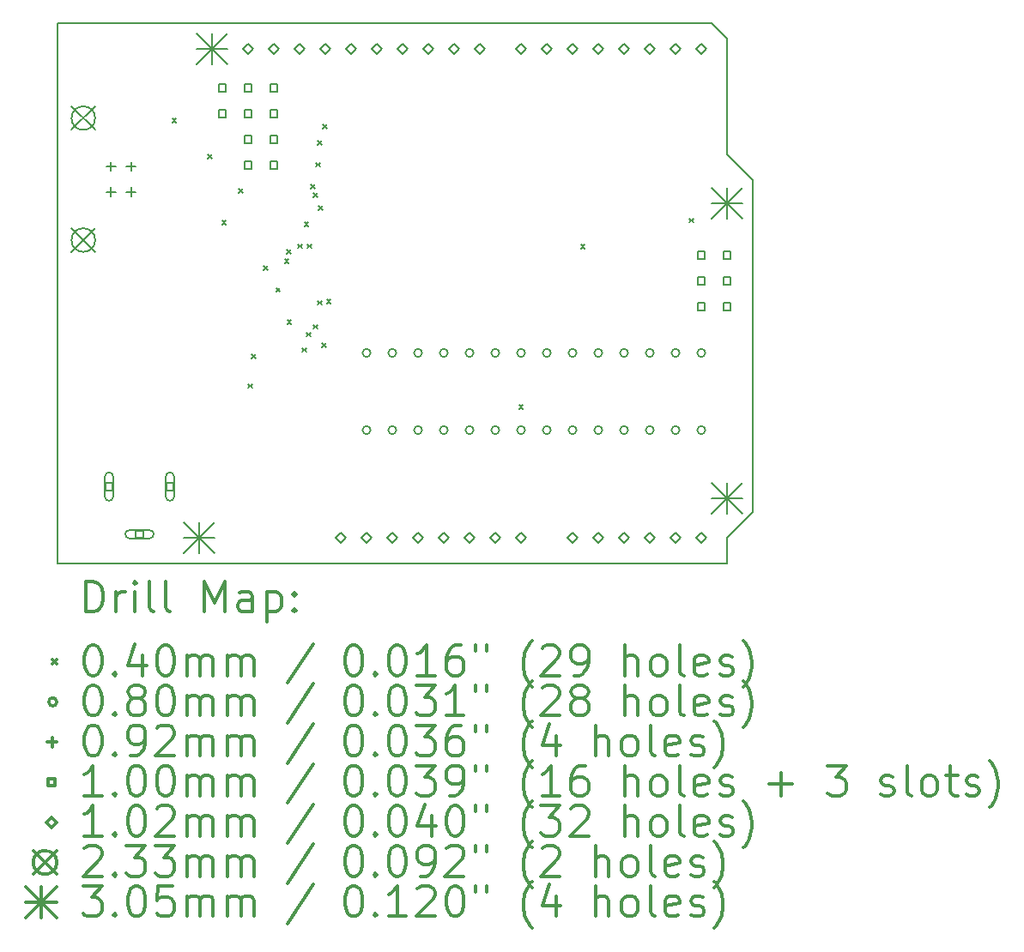
<source format=gbr>
%FSLAX45Y45*%
G04 Gerber Fmt 4.5, Leading zero omitted, Abs format (unit mm)*
G04 Created by KiCad (PCBNEW 5.0.2-bee76a0~70~ubuntu18.04.1) date 2018年12月20日 星期四 19时46分59秒*
%MOMM*%
%LPD*%
G01*
G04 APERTURE LIST*
%ADD10C,0.150000*%
%ADD11C,0.200000*%
%ADD12C,0.300000*%
G04 APERTURE END LIST*
D10*
X17703800Y-7454900D02*
X17551400Y-7302500D01*
X17703800Y-8597900D02*
X17703800Y-7454900D01*
X17957800Y-8851900D02*
X17703800Y-8597900D01*
X17957800Y-12128500D02*
X17957800Y-8851900D01*
X17703800Y-12382500D02*
X17957800Y-12128500D01*
X17703800Y-12636500D02*
X17703800Y-12382500D01*
X11099800Y-12636500D02*
X17703800Y-12636500D01*
X11099800Y-7302500D02*
X11099800Y-12636500D01*
X17551400Y-7302500D02*
X11099800Y-7302500D01*
D11*
X12229810Y-8242480D02*
X12269810Y-8282480D01*
X12269810Y-8242480D02*
X12229810Y-8282480D01*
X12583040Y-8593780D02*
X12623040Y-8633780D01*
X12623040Y-8593780D02*
X12583040Y-8633780D01*
X12721560Y-9247480D02*
X12761560Y-9287480D01*
X12761560Y-9247480D02*
X12721560Y-9287480D01*
X12885360Y-8936200D02*
X12925360Y-8976200D01*
X12925360Y-8936200D02*
X12885360Y-8976200D01*
X12982120Y-10861270D02*
X13022120Y-10901270D01*
X13022120Y-10861270D02*
X12982120Y-10901270D01*
X13016100Y-10570570D02*
X13056100Y-10610570D01*
X13056100Y-10570570D02*
X13016100Y-10610570D01*
X13133570Y-9694310D02*
X13173570Y-9734310D01*
X13173570Y-9694310D02*
X13133570Y-9734310D01*
X13254430Y-9912950D02*
X13294430Y-9952950D01*
X13294430Y-9912950D02*
X13254430Y-9952950D01*
X13340360Y-9631710D02*
X13380360Y-9671710D01*
X13380360Y-9631710D02*
X13340360Y-9671710D01*
X13358970Y-9534250D02*
X13398970Y-9574250D01*
X13398970Y-9534250D02*
X13358970Y-9574250D01*
X13364570Y-10227280D02*
X13404570Y-10267280D01*
X13404570Y-10227280D02*
X13364570Y-10267280D01*
X13469180Y-9481170D02*
X13509180Y-9521170D01*
X13509180Y-9481170D02*
X13469180Y-9521170D01*
X13513940Y-10506240D02*
X13553940Y-10546240D01*
X13553940Y-10506240D02*
X13513940Y-10546240D01*
X13534550Y-9265500D02*
X13574550Y-9305500D01*
X13574550Y-9265500D02*
X13534550Y-9305500D01*
X13556850Y-10352060D02*
X13596850Y-10392060D01*
X13596850Y-10352060D02*
X13556850Y-10392060D01*
X13561630Y-9480140D02*
X13601630Y-9520140D01*
X13601630Y-9480140D02*
X13561630Y-9520140D01*
X13599650Y-8894530D02*
X13639650Y-8934530D01*
X13639650Y-8894530D02*
X13599650Y-8934530D01*
X13625080Y-8974810D02*
X13665080Y-9014810D01*
X13665080Y-8974810D02*
X13625080Y-9014810D01*
X13625870Y-10275600D02*
X13665870Y-10315600D01*
X13665870Y-10275600D02*
X13625870Y-10315600D01*
X13647620Y-8677000D02*
X13687620Y-8717000D01*
X13687620Y-8677000D02*
X13647620Y-8717000D01*
X13664860Y-10039880D02*
X13704860Y-10079880D01*
X13704860Y-10039880D02*
X13664860Y-10079880D01*
X13666870Y-8463470D02*
X13706870Y-8503470D01*
X13706870Y-8463470D02*
X13666870Y-8503470D01*
X13671840Y-9103770D02*
X13711840Y-9143770D01*
X13711840Y-9103770D02*
X13671840Y-9143770D01*
X13705740Y-10458080D02*
X13745740Y-10498080D01*
X13745740Y-10458080D02*
X13705740Y-10498080D01*
X13714760Y-8297920D02*
X13754760Y-8337920D01*
X13754760Y-8297920D02*
X13714760Y-8337920D01*
X13755210Y-10024270D02*
X13795210Y-10064270D01*
X13795210Y-10024270D02*
X13755210Y-10064270D01*
X15651800Y-11067100D02*
X15691800Y-11107100D01*
X15691800Y-11067100D02*
X15651800Y-11107100D01*
X16260360Y-9486160D02*
X16300360Y-9526160D01*
X16300360Y-9486160D02*
X16260360Y-9526160D01*
X17329090Y-9227560D02*
X17369090Y-9267560D01*
X17369090Y-9227560D02*
X17329090Y-9267560D01*
X14187800Y-10553700D02*
G75*
G03X14187800Y-10553700I-40000J0D01*
G01*
X14187800Y-11315700D02*
G75*
G03X14187800Y-11315700I-40000J0D01*
G01*
X14441800Y-10553700D02*
G75*
G03X14441800Y-10553700I-40000J0D01*
G01*
X14441800Y-11315700D02*
G75*
G03X14441800Y-11315700I-40000J0D01*
G01*
X14695800Y-10553700D02*
G75*
G03X14695800Y-10553700I-40000J0D01*
G01*
X14695800Y-11315700D02*
G75*
G03X14695800Y-11315700I-40000J0D01*
G01*
X14949800Y-10553700D02*
G75*
G03X14949800Y-10553700I-40000J0D01*
G01*
X14949800Y-11315700D02*
G75*
G03X14949800Y-11315700I-40000J0D01*
G01*
X15203800Y-10553700D02*
G75*
G03X15203800Y-10553700I-40000J0D01*
G01*
X15203800Y-11315700D02*
G75*
G03X15203800Y-11315700I-40000J0D01*
G01*
X15457800Y-10553700D02*
G75*
G03X15457800Y-10553700I-40000J0D01*
G01*
X15457800Y-11315700D02*
G75*
G03X15457800Y-11315700I-40000J0D01*
G01*
X15711800Y-10553700D02*
G75*
G03X15711800Y-10553700I-40000J0D01*
G01*
X15711800Y-11315700D02*
G75*
G03X15711800Y-11315700I-40000J0D01*
G01*
X15965800Y-10553700D02*
G75*
G03X15965800Y-10553700I-40000J0D01*
G01*
X15965800Y-11315700D02*
G75*
G03X15965800Y-11315700I-40000J0D01*
G01*
X16219800Y-10553700D02*
G75*
G03X16219800Y-10553700I-40000J0D01*
G01*
X16219800Y-11315700D02*
G75*
G03X16219800Y-11315700I-40000J0D01*
G01*
X16473800Y-10553700D02*
G75*
G03X16473800Y-10553700I-40000J0D01*
G01*
X16473800Y-11315700D02*
G75*
G03X16473800Y-11315700I-40000J0D01*
G01*
X16727800Y-10553700D02*
G75*
G03X16727800Y-10553700I-40000J0D01*
G01*
X16727800Y-11315700D02*
G75*
G03X16727800Y-11315700I-40000J0D01*
G01*
X16981800Y-10553700D02*
G75*
G03X16981800Y-10553700I-40000J0D01*
G01*
X16981800Y-11315700D02*
G75*
G03X16981800Y-11315700I-40000J0D01*
G01*
X17235800Y-10553700D02*
G75*
G03X17235800Y-10553700I-40000J0D01*
G01*
X17235800Y-11315700D02*
G75*
G03X17235800Y-11315700I-40000J0D01*
G01*
X17489800Y-10553700D02*
G75*
G03X17489800Y-10553700I-40000J0D01*
G01*
X17489800Y-11315700D02*
G75*
G03X17489800Y-11315700I-40000J0D01*
G01*
X11624800Y-8667500D02*
X11624800Y-8759500D01*
X11578800Y-8713500D02*
X11670800Y-8713500D01*
X11624800Y-8917500D02*
X11624800Y-9009500D01*
X11578800Y-8963500D02*
X11670800Y-8963500D01*
X11824800Y-8667500D02*
X11824800Y-8759500D01*
X11778800Y-8713500D02*
X11870800Y-8713500D01*
X11824800Y-8917500D02*
X11824800Y-9009500D01*
X11778800Y-8963500D02*
X11870800Y-8963500D01*
X11643156Y-11909856D02*
X11643156Y-11839144D01*
X11572444Y-11839144D01*
X11572444Y-11909856D01*
X11643156Y-11909856D01*
X11567800Y-11774500D02*
X11567800Y-11974500D01*
X11647800Y-11774500D02*
X11647800Y-11974500D01*
X11567800Y-11974500D02*
G75*
G03X11647800Y-11974500I40000J0D01*
G01*
X11647800Y-11774500D02*
G75*
G03X11567800Y-11774500I-40000J0D01*
G01*
X11943156Y-12379856D02*
X11943156Y-12309144D01*
X11872444Y-12309144D01*
X11872444Y-12379856D01*
X11943156Y-12379856D01*
X11807800Y-12384500D02*
X12007800Y-12384500D01*
X11807800Y-12304500D02*
X12007800Y-12304500D01*
X12007800Y-12384500D02*
G75*
G03X12007800Y-12304500I0J40000D01*
G01*
X11807800Y-12304500D02*
G75*
G03X11807800Y-12384500I0J-40000D01*
G01*
X12243156Y-11909856D02*
X12243156Y-11839144D01*
X12172444Y-11839144D01*
X12172444Y-11909856D01*
X12243156Y-11909856D01*
X12167800Y-11774500D02*
X12167800Y-11974500D01*
X12247800Y-11774500D02*
X12247800Y-11974500D01*
X12167800Y-11974500D02*
G75*
G03X12247800Y-11974500I40000J0D01*
G01*
X12247800Y-11774500D02*
G75*
G03X12167800Y-11774500I-40000J0D01*
G01*
X13014756Y-8480856D02*
X13014756Y-8410144D01*
X12944044Y-8410144D01*
X12944044Y-8480856D01*
X13014756Y-8480856D01*
X13014756Y-8734856D02*
X13014756Y-8664144D01*
X12944044Y-8664144D01*
X12944044Y-8734856D01*
X13014756Y-8734856D01*
X13268756Y-8480856D02*
X13268756Y-8410144D01*
X13198044Y-8410144D01*
X13198044Y-8480856D01*
X13268756Y-8480856D01*
X13268756Y-8734856D02*
X13268756Y-8664144D01*
X13198044Y-8664144D01*
X13198044Y-8734856D01*
X13268756Y-8734856D01*
X12760756Y-7972856D02*
X12760756Y-7902144D01*
X12690044Y-7902144D01*
X12690044Y-7972856D01*
X12760756Y-7972856D01*
X12760756Y-8226856D02*
X12760756Y-8156144D01*
X12690044Y-8156144D01*
X12690044Y-8226856D01*
X12760756Y-8226856D01*
X13014756Y-7972856D02*
X13014756Y-7902144D01*
X12944044Y-7902144D01*
X12944044Y-7972856D01*
X13014756Y-7972856D01*
X13014756Y-8226856D02*
X13014756Y-8156144D01*
X12944044Y-8156144D01*
X12944044Y-8226856D01*
X13014756Y-8226856D01*
X13268756Y-7972856D02*
X13268756Y-7902144D01*
X13198044Y-7902144D01*
X13198044Y-7972856D01*
X13268756Y-7972856D01*
X13268756Y-8226856D02*
X13268756Y-8156144D01*
X13198044Y-8156144D01*
X13198044Y-8226856D01*
X13268756Y-8226856D01*
X17485156Y-9623856D02*
X17485156Y-9553144D01*
X17414444Y-9553144D01*
X17414444Y-9623856D01*
X17485156Y-9623856D01*
X17485156Y-9877856D02*
X17485156Y-9807144D01*
X17414444Y-9807144D01*
X17414444Y-9877856D01*
X17485156Y-9877856D01*
X17485156Y-10131856D02*
X17485156Y-10061144D01*
X17414444Y-10061144D01*
X17414444Y-10131856D01*
X17485156Y-10131856D01*
X17739156Y-9623856D02*
X17739156Y-9553144D01*
X17668444Y-9553144D01*
X17668444Y-9623856D01*
X17739156Y-9623856D01*
X17739156Y-9877856D02*
X17739156Y-9807144D01*
X17668444Y-9807144D01*
X17668444Y-9877856D01*
X17739156Y-9877856D01*
X17739156Y-10131856D02*
X17739156Y-10061144D01*
X17668444Y-10061144D01*
X17668444Y-10131856D01*
X17739156Y-10131856D01*
X16179800Y-12433300D02*
X16230600Y-12382500D01*
X16179800Y-12331700D01*
X16129000Y-12382500D01*
X16179800Y-12433300D01*
X16433800Y-12433300D02*
X16484600Y-12382500D01*
X16433800Y-12331700D01*
X16383000Y-12382500D01*
X16433800Y-12433300D01*
X16687800Y-12433300D02*
X16738600Y-12382500D01*
X16687800Y-12331700D01*
X16637000Y-12382500D01*
X16687800Y-12433300D01*
X16941800Y-12433300D02*
X16992600Y-12382500D01*
X16941800Y-12331700D01*
X16891000Y-12382500D01*
X16941800Y-12433300D01*
X17195800Y-12433300D02*
X17246600Y-12382500D01*
X17195800Y-12331700D01*
X17145000Y-12382500D01*
X17195800Y-12433300D01*
X17449800Y-12433300D02*
X17500600Y-12382500D01*
X17449800Y-12331700D01*
X17399000Y-12382500D01*
X17449800Y-12433300D01*
X12979400Y-7607300D02*
X13030200Y-7556500D01*
X12979400Y-7505700D01*
X12928600Y-7556500D01*
X12979400Y-7607300D01*
X13233400Y-7607300D02*
X13284200Y-7556500D01*
X13233400Y-7505700D01*
X13182600Y-7556500D01*
X13233400Y-7607300D01*
X13487400Y-7607300D02*
X13538200Y-7556500D01*
X13487400Y-7505700D01*
X13436600Y-7556500D01*
X13487400Y-7607300D01*
X13741400Y-7607300D02*
X13792200Y-7556500D01*
X13741400Y-7505700D01*
X13690600Y-7556500D01*
X13741400Y-7607300D01*
X13995400Y-7607300D02*
X14046200Y-7556500D01*
X13995400Y-7505700D01*
X13944600Y-7556500D01*
X13995400Y-7607300D01*
X14249400Y-7607300D02*
X14300200Y-7556500D01*
X14249400Y-7505700D01*
X14198600Y-7556500D01*
X14249400Y-7607300D01*
X14503400Y-7607300D02*
X14554200Y-7556500D01*
X14503400Y-7505700D01*
X14452600Y-7556500D01*
X14503400Y-7607300D01*
X14757400Y-7607300D02*
X14808200Y-7556500D01*
X14757400Y-7505700D01*
X14706600Y-7556500D01*
X14757400Y-7607300D01*
X15011400Y-7607300D02*
X15062200Y-7556500D01*
X15011400Y-7505700D01*
X14960600Y-7556500D01*
X15011400Y-7607300D01*
X15265400Y-7607300D02*
X15316200Y-7556500D01*
X15265400Y-7505700D01*
X15214600Y-7556500D01*
X15265400Y-7607300D01*
X15671800Y-7607300D02*
X15722600Y-7556500D01*
X15671800Y-7505700D01*
X15621000Y-7556500D01*
X15671800Y-7607300D01*
X15925800Y-7607300D02*
X15976600Y-7556500D01*
X15925800Y-7505700D01*
X15875000Y-7556500D01*
X15925800Y-7607300D01*
X16179800Y-7607300D02*
X16230600Y-7556500D01*
X16179800Y-7505700D01*
X16129000Y-7556500D01*
X16179800Y-7607300D01*
X16433800Y-7607300D02*
X16484600Y-7556500D01*
X16433800Y-7505700D01*
X16383000Y-7556500D01*
X16433800Y-7607300D01*
X16687800Y-7607300D02*
X16738600Y-7556500D01*
X16687800Y-7505700D01*
X16637000Y-7556500D01*
X16687800Y-7607300D01*
X16941800Y-7607300D02*
X16992600Y-7556500D01*
X16941800Y-7505700D01*
X16891000Y-7556500D01*
X16941800Y-7607300D01*
X17195800Y-7607300D02*
X17246600Y-7556500D01*
X17195800Y-7505700D01*
X17145000Y-7556500D01*
X17195800Y-7607300D01*
X17449800Y-7607300D02*
X17500600Y-7556500D01*
X17449800Y-7505700D01*
X17399000Y-7556500D01*
X17449800Y-7607300D01*
X13893800Y-12433300D02*
X13944600Y-12382500D01*
X13893800Y-12331700D01*
X13843000Y-12382500D01*
X13893800Y-12433300D01*
X14147800Y-12433300D02*
X14198600Y-12382500D01*
X14147800Y-12331700D01*
X14097000Y-12382500D01*
X14147800Y-12433300D01*
X14401800Y-12433300D02*
X14452600Y-12382500D01*
X14401800Y-12331700D01*
X14351000Y-12382500D01*
X14401800Y-12433300D01*
X14655800Y-12433300D02*
X14706600Y-12382500D01*
X14655800Y-12331700D01*
X14605000Y-12382500D01*
X14655800Y-12433300D01*
X14909800Y-12433300D02*
X14960600Y-12382500D01*
X14909800Y-12331700D01*
X14859000Y-12382500D01*
X14909800Y-12433300D01*
X15163800Y-12433300D02*
X15214600Y-12382500D01*
X15163800Y-12331700D01*
X15113000Y-12382500D01*
X15163800Y-12433300D01*
X15417800Y-12433300D02*
X15468600Y-12382500D01*
X15417800Y-12331700D01*
X15367000Y-12382500D01*
X15417800Y-12433300D01*
X15671800Y-12433300D02*
X15722600Y-12382500D01*
X15671800Y-12331700D01*
X15621000Y-12382500D01*
X15671800Y-12433300D01*
X11237300Y-8120000D02*
X11470300Y-8353000D01*
X11470300Y-8120000D02*
X11237300Y-8353000D01*
X11470300Y-8236500D02*
G75*
G03X11470300Y-8236500I-116500J0D01*
G01*
X11237300Y-9324000D02*
X11470300Y-9557000D01*
X11470300Y-9324000D02*
X11237300Y-9557000D01*
X11470300Y-9440500D02*
G75*
G03X11470300Y-9440500I-116500J0D01*
G01*
X12344400Y-12230100D02*
X12649200Y-12534900D01*
X12649200Y-12230100D02*
X12344400Y-12534900D01*
X12496800Y-12230100D02*
X12496800Y-12534900D01*
X12344400Y-12382500D02*
X12649200Y-12382500D01*
X12471400Y-7404100D02*
X12776200Y-7708900D01*
X12776200Y-7404100D02*
X12471400Y-7708900D01*
X12623800Y-7404100D02*
X12623800Y-7708900D01*
X12471400Y-7556500D02*
X12776200Y-7556500D01*
X17551400Y-8928100D02*
X17856200Y-9232900D01*
X17856200Y-8928100D02*
X17551400Y-9232900D01*
X17703800Y-8928100D02*
X17703800Y-9232900D01*
X17551400Y-9080500D02*
X17856200Y-9080500D01*
X17551400Y-11840300D02*
X17856200Y-12145100D01*
X17856200Y-11840300D02*
X17551400Y-12145100D01*
X17703800Y-11840300D02*
X17703800Y-12145100D01*
X17551400Y-11992700D02*
X17856200Y-11992700D01*
D12*
X11378728Y-13109714D02*
X11378728Y-12809714D01*
X11450157Y-12809714D01*
X11493014Y-12824000D01*
X11521586Y-12852571D01*
X11535871Y-12881143D01*
X11550157Y-12938286D01*
X11550157Y-12981143D01*
X11535871Y-13038286D01*
X11521586Y-13066857D01*
X11493014Y-13095429D01*
X11450157Y-13109714D01*
X11378728Y-13109714D01*
X11678728Y-13109714D02*
X11678728Y-12909714D01*
X11678728Y-12966857D02*
X11693014Y-12938286D01*
X11707300Y-12924000D01*
X11735871Y-12909714D01*
X11764443Y-12909714D01*
X11864443Y-13109714D02*
X11864443Y-12909714D01*
X11864443Y-12809714D02*
X11850157Y-12824000D01*
X11864443Y-12838286D01*
X11878728Y-12824000D01*
X11864443Y-12809714D01*
X11864443Y-12838286D01*
X12050157Y-13109714D02*
X12021586Y-13095429D01*
X12007300Y-13066857D01*
X12007300Y-12809714D01*
X12207300Y-13109714D02*
X12178728Y-13095429D01*
X12164443Y-13066857D01*
X12164443Y-12809714D01*
X12550157Y-13109714D02*
X12550157Y-12809714D01*
X12650157Y-13024000D01*
X12750157Y-12809714D01*
X12750157Y-13109714D01*
X13021586Y-13109714D02*
X13021586Y-12952571D01*
X13007300Y-12924000D01*
X12978728Y-12909714D01*
X12921586Y-12909714D01*
X12893014Y-12924000D01*
X13021586Y-13095429D02*
X12993014Y-13109714D01*
X12921586Y-13109714D01*
X12893014Y-13095429D01*
X12878728Y-13066857D01*
X12878728Y-13038286D01*
X12893014Y-13009714D01*
X12921586Y-12995429D01*
X12993014Y-12995429D01*
X13021586Y-12981143D01*
X13164443Y-12909714D02*
X13164443Y-13209714D01*
X13164443Y-12924000D02*
X13193014Y-12909714D01*
X13250157Y-12909714D01*
X13278728Y-12924000D01*
X13293014Y-12938286D01*
X13307300Y-12966857D01*
X13307300Y-13052571D01*
X13293014Y-13081143D01*
X13278728Y-13095429D01*
X13250157Y-13109714D01*
X13193014Y-13109714D01*
X13164443Y-13095429D01*
X13435871Y-13081143D02*
X13450157Y-13095429D01*
X13435871Y-13109714D01*
X13421586Y-13095429D01*
X13435871Y-13081143D01*
X13435871Y-13109714D01*
X13435871Y-12924000D02*
X13450157Y-12938286D01*
X13435871Y-12952571D01*
X13421586Y-12938286D01*
X13435871Y-12924000D01*
X13435871Y-12952571D01*
X11052300Y-13584000D02*
X11092300Y-13624000D01*
X11092300Y-13584000D02*
X11052300Y-13624000D01*
X11435871Y-13439714D02*
X11464443Y-13439714D01*
X11493014Y-13454000D01*
X11507300Y-13468286D01*
X11521586Y-13496857D01*
X11535871Y-13554000D01*
X11535871Y-13625429D01*
X11521586Y-13682571D01*
X11507300Y-13711143D01*
X11493014Y-13725429D01*
X11464443Y-13739714D01*
X11435871Y-13739714D01*
X11407300Y-13725429D01*
X11393014Y-13711143D01*
X11378728Y-13682571D01*
X11364443Y-13625429D01*
X11364443Y-13554000D01*
X11378728Y-13496857D01*
X11393014Y-13468286D01*
X11407300Y-13454000D01*
X11435871Y-13439714D01*
X11664443Y-13711143D02*
X11678728Y-13725429D01*
X11664443Y-13739714D01*
X11650157Y-13725429D01*
X11664443Y-13711143D01*
X11664443Y-13739714D01*
X11935871Y-13539714D02*
X11935871Y-13739714D01*
X11864443Y-13425429D02*
X11793014Y-13639714D01*
X11978728Y-13639714D01*
X12150157Y-13439714D02*
X12178728Y-13439714D01*
X12207300Y-13454000D01*
X12221586Y-13468286D01*
X12235871Y-13496857D01*
X12250157Y-13554000D01*
X12250157Y-13625429D01*
X12235871Y-13682571D01*
X12221586Y-13711143D01*
X12207300Y-13725429D01*
X12178728Y-13739714D01*
X12150157Y-13739714D01*
X12121586Y-13725429D01*
X12107300Y-13711143D01*
X12093014Y-13682571D01*
X12078728Y-13625429D01*
X12078728Y-13554000D01*
X12093014Y-13496857D01*
X12107300Y-13468286D01*
X12121586Y-13454000D01*
X12150157Y-13439714D01*
X12378728Y-13739714D02*
X12378728Y-13539714D01*
X12378728Y-13568286D02*
X12393014Y-13554000D01*
X12421586Y-13539714D01*
X12464443Y-13539714D01*
X12493014Y-13554000D01*
X12507300Y-13582571D01*
X12507300Y-13739714D01*
X12507300Y-13582571D02*
X12521586Y-13554000D01*
X12550157Y-13539714D01*
X12593014Y-13539714D01*
X12621586Y-13554000D01*
X12635871Y-13582571D01*
X12635871Y-13739714D01*
X12778728Y-13739714D02*
X12778728Y-13539714D01*
X12778728Y-13568286D02*
X12793014Y-13554000D01*
X12821586Y-13539714D01*
X12864443Y-13539714D01*
X12893014Y-13554000D01*
X12907300Y-13582571D01*
X12907300Y-13739714D01*
X12907300Y-13582571D02*
X12921586Y-13554000D01*
X12950157Y-13539714D01*
X12993014Y-13539714D01*
X13021586Y-13554000D01*
X13035871Y-13582571D01*
X13035871Y-13739714D01*
X13621586Y-13425429D02*
X13364443Y-13811143D01*
X14007300Y-13439714D02*
X14035871Y-13439714D01*
X14064443Y-13454000D01*
X14078728Y-13468286D01*
X14093014Y-13496857D01*
X14107300Y-13554000D01*
X14107300Y-13625429D01*
X14093014Y-13682571D01*
X14078728Y-13711143D01*
X14064443Y-13725429D01*
X14035871Y-13739714D01*
X14007300Y-13739714D01*
X13978728Y-13725429D01*
X13964443Y-13711143D01*
X13950157Y-13682571D01*
X13935871Y-13625429D01*
X13935871Y-13554000D01*
X13950157Y-13496857D01*
X13964443Y-13468286D01*
X13978728Y-13454000D01*
X14007300Y-13439714D01*
X14235871Y-13711143D02*
X14250157Y-13725429D01*
X14235871Y-13739714D01*
X14221586Y-13725429D01*
X14235871Y-13711143D01*
X14235871Y-13739714D01*
X14435871Y-13439714D02*
X14464443Y-13439714D01*
X14493014Y-13454000D01*
X14507300Y-13468286D01*
X14521586Y-13496857D01*
X14535871Y-13554000D01*
X14535871Y-13625429D01*
X14521586Y-13682571D01*
X14507300Y-13711143D01*
X14493014Y-13725429D01*
X14464443Y-13739714D01*
X14435871Y-13739714D01*
X14407300Y-13725429D01*
X14393014Y-13711143D01*
X14378728Y-13682571D01*
X14364443Y-13625429D01*
X14364443Y-13554000D01*
X14378728Y-13496857D01*
X14393014Y-13468286D01*
X14407300Y-13454000D01*
X14435871Y-13439714D01*
X14821586Y-13739714D02*
X14650157Y-13739714D01*
X14735871Y-13739714D02*
X14735871Y-13439714D01*
X14707300Y-13482571D01*
X14678728Y-13511143D01*
X14650157Y-13525429D01*
X15078728Y-13439714D02*
X15021586Y-13439714D01*
X14993014Y-13454000D01*
X14978728Y-13468286D01*
X14950157Y-13511143D01*
X14935871Y-13568286D01*
X14935871Y-13682571D01*
X14950157Y-13711143D01*
X14964443Y-13725429D01*
X14993014Y-13739714D01*
X15050157Y-13739714D01*
X15078728Y-13725429D01*
X15093014Y-13711143D01*
X15107300Y-13682571D01*
X15107300Y-13611143D01*
X15093014Y-13582571D01*
X15078728Y-13568286D01*
X15050157Y-13554000D01*
X14993014Y-13554000D01*
X14964443Y-13568286D01*
X14950157Y-13582571D01*
X14935871Y-13611143D01*
X15221586Y-13439714D02*
X15221586Y-13496857D01*
X15335871Y-13439714D02*
X15335871Y-13496857D01*
X15778728Y-13854000D02*
X15764443Y-13839714D01*
X15735871Y-13796857D01*
X15721586Y-13768286D01*
X15707300Y-13725429D01*
X15693014Y-13654000D01*
X15693014Y-13596857D01*
X15707300Y-13525429D01*
X15721586Y-13482571D01*
X15735871Y-13454000D01*
X15764443Y-13411143D01*
X15778728Y-13396857D01*
X15878728Y-13468286D02*
X15893014Y-13454000D01*
X15921586Y-13439714D01*
X15993014Y-13439714D01*
X16021586Y-13454000D01*
X16035871Y-13468286D01*
X16050157Y-13496857D01*
X16050157Y-13525429D01*
X16035871Y-13568286D01*
X15864443Y-13739714D01*
X16050157Y-13739714D01*
X16193014Y-13739714D02*
X16250157Y-13739714D01*
X16278728Y-13725429D01*
X16293014Y-13711143D01*
X16321586Y-13668286D01*
X16335871Y-13611143D01*
X16335871Y-13496857D01*
X16321586Y-13468286D01*
X16307300Y-13454000D01*
X16278728Y-13439714D01*
X16221586Y-13439714D01*
X16193014Y-13454000D01*
X16178728Y-13468286D01*
X16164443Y-13496857D01*
X16164443Y-13568286D01*
X16178728Y-13596857D01*
X16193014Y-13611143D01*
X16221586Y-13625429D01*
X16278728Y-13625429D01*
X16307300Y-13611143D01*
X16321586Y-13596857D01*
X16335871Y-13568286D01*
X16693014Y-13739714D02*
X16693014Y-13439714D01*
X16821586Y-13739714D02*
X16821586Y-13582571D01*
X16807300Y-13554000D01*
X16778728Y-13539714D01*
X16735871Y-13539714D01*
X16707300Y-13554000D01*
X16693014Y-13568286D01*
X17007300Y-13739714D02*
X16978728Y-13725429D01*
X16964443Y-13711143D01*
X16950157Y-13682571D01*
X16950157Y-13596857D01*
X16964443Y-13568286D01*
X16978728Y-13554000D01*
X17007300Y-13539714D01*
X17050157Y-13539714D01*
X17078728Y-13554000D01*
X17093014Y-13568286D01*
X17107300Y-13596857D01*
X17107300Y-13682571D01*
X17093014Y-13711143D01*
X17078728Y-13725429D01*
X17050157Y-13739714D01*
X17007300Y-13739714D01*
X17278728Y-13739714D02*
X17250157Y-13725429D01*
X17235871Y-13696857D01*
X17235871Y-13439714D01*
X17507300Y-13725429D02*
X17478728Y-13739714D01*
X17421586Y-13739714D01*
X17393014Y-13725429D01*
X17378728Y-13696857D01*
X17378728Y-13582571D01*
X17393014Y-13554000D01*
X17421586Y-13539714D01*
X17478728Y-13539714D01*
X17507300Y-13554000D01*
X17521586Y-13582571D01*
X17521586Y-13611143D01*
X17378728Y-13639714D01*
X17635871Y-13725429D02*
X17664443Y-13739714D01*
X17721586Y-13739714D01*
X17750157Y-13725429D01*
X17764443Y-13696857D01*
X17764443Y-13682571D01*
X17750157Y-13654000D01*
X17721586Y-13639714D01*
X17678728Y-13639714D01*
X17650157Y-13625429D01*
X17635871Y-13596857D01*
X17635871Y-13582571D01*
X17650157Y-13554000D01*
X17678728Y-13539714D01*
X17721586Y-13539714D01*
X17750157Y-13554000D01*
X17864443Y-13854000D02*
X17878728Y-13839714D01*
X17907300Y-13796857D01*
X17921586Y-13768286D01*
X17935871Y-13725429D01*
X17950157Y-13654000D01*
X17950157Y-13596857D01*
X17935871Y-13525429D01*
X17921586Y-13482571D01*
X17907300Y-13454000D01*
X17878728Y-13411143D01*
X17864443Y-13396857D01*
X11092300Y-14000000D02*
G75*
G03X11092300Y-14000000I-40000J0D01*
G01*
X11435871Y-13835714D02*
X11464443Y-13835714D01*
X11493014Y-13850000D01*
X11507300Y-13864286D01*
X11521586Y-13892857D01*
X11535871Y-13950000D01*
X11535871Y-14021429D01*
X11521586Y-14078571D01*
X11507300Y-14107143D01*
X11493014Y-14121429D01*
X11464443Y-14135714D01*
X11435871Y-14135714D01*
X11407300Y-14121429D01*
X11393014Y-14107143D01*
X11378728Y-14078571D01*
X11364443Y-14021429D01*
X11364443Y-13950000D01*
X11378728Y-13892857D01*
X11393014Y-13864286D01*
X11407300Y-13850000D01*
X11435871Y-13835714D01*
X11664443Y-14107143D02*
X11678728Y-14121429D01*
X11664443Y-14135714D01*
X11650157Y-14121429D01*
X11664443Y-14107143D01*
X11664443Y-14135714D01*
X11850157Y-13964286D02*
X11821586Y-13950000D01*
X11807300Y-13935714D01*
X11793014Y-13907143D01*
X11793014Y-13892857D01*
X11807300Y-13864286D01*
X11821586Y-13850000D01*
X11850157Y-13835714D01*
X11907300Y-13835714D01*
X11935871Y-13850000D01*
X11950157Y-13864286D01*
X11964443Y-13892857D01*
X11964443Y-13907143D01*
X11950157Y-13935714D01*
X11935871Y-13950000D01*
X11907300Y-13964286D01*
X11850157Y-13964286D01*
X11821586Y-13978571D01*
X11807300Y-13992857D01*
X11793014Y-14021429D01*
X11793014Y-14078571D01*
X11807300Y-14107143D01*
X11821586Y-14121429D01*
X11850157Y-14135714D01*
X11907300Y-14135714D01*
X11935871Y-14121429D01*
X11950157Y-14107143D01*
X11964443Y-14078571D01*
X11964443Y-14021429D01*
X11950157Y-13992857D01*
X11935871Y-13978571D01*
X11907300Y-13964286D01*
X12150157Y-13835714D02*
X12178728Y-13835714D01*
X12207300Y-13850000D01*
X12221586Y-13864286D01*
X12235871Y-13892857D01*
X12250157Y-13950000D01*
X12250157Y-14021429D01*
X12235871Y-14078571D01*
X12221586Y-14107143D01*
X12207300Y-14121429D01*
X12178728Y-14135714D01*
X12150157Y-14135714D01*
X12121586Y-14121429D01*
X12107300Y-14107143D01*
X12093014Y-14078571D01*
X12078728Y-14021429D01*
X12078728Y-13950000D01*
X12093014Y-13892857D01*
X12107300Y-13864286D01*
X12121586Y-13850000D01*
X12150157Y-13835714D01*
X12378728Y-14135714D02*
X12378728Y-13935714D01*
X12378728Y-13964286D02*
X12393014Y-13950000D01*
X12421586Y-13935714D01*
X12464443Y-13935714D01*
X12493014Y-13950000D01*
X12507300Y-13978571D01*
X12507300Y-14135714D01*
X12507300Y-13978571D02*
X12521586Y-13950000D01*
X12550157Y-13935714D01*
X12593014Y-13935714D01*
X12621586Y-13950000D01*
X12635871Y-13978571D01*
X12635871Y-14135714D01*
X12778728Y-14135714D02*
X12778728Y-13935714D01*
X12778728Y-13964286D02*
X12793014Y-13950000D01*
X12821586Y-13935714D01*
X12864443Y-13935714D01*
X12893014Y-13950000D01*
X12907300Y-13978571D01*
X12907300Y-14135714D01*
X12907300Y-13978571D02*
X12921586Y-13950000D01*
X12950157Y-13935714D01*
X12993014Y-13935714D01*
X13021586Y-13950000D01*
X13035871Y-13978571D01*
X13035871Y-14135714D01*
X13621586Y-13821429D02*
X13364443Y-14207143D01*
X14007300Y-13835714D02*
X14035871Y-13835714D01*
X14064443Y-13850000D01*
X14078728Y-13864286D01*
X14093014Y-13892857D01*
X14107300Y-13950000D01*
X14107300Y-14021429D01*
X14093014Y-14078571D01*
X14078728Y-14107143D01*
X14064443Y-14121429D01*
X14035871Y-14135714D01*
X14007300Y-14135714D01*
X13978728Y-14121429D01*
X13964443Y-14107143D01*
X13950157Y-14078571D01*
X13935871Y-14021429D01*
X13935871Y-13950000D01*
X13950157Y-13892857D01*
X13964443Y-13864286D01*
X13978728Y-13850000D01*
X14007300Y-13835714D01*
X14235871Y-14107143D02*
X14250157Y-14121429D01*
X14235871Y-14135714D01*
X14221586Y-14121429D01*
X14235871Y-14107143D01*
X14235871Y-14135714D01*
X14435871Y-13835714D02*
X14464443Y-13835714D01*
X14493014Y-13850000D01*
X14507300Y-13864286D01*
X14521586Y-13892857D01*
X14535871Y-13950000D01*
X14535871Y-14021429D01*
X14521586Y-14078571D01*
X14507300Y-14107143D01*
X14493014Y-14121429D01*
X14464443Y-14135714D01*
X14435871Y-14135714D01*
X14407300Y-14121429D01*
X14393014Y-14107143D01*
X14378728Y-14078571D01*
X14364443Y-14021429D01*
X14364443Y-13950000D01*
X14378728Y-13892857D01*
X14393014Y-13864286D01*
X14407300Y-13850000D01*
X14435871Y-13835714D01*
X14635871Y-13835714D02*
X14821586Y-13835714D01*
X14721586Y-13950000D01*
X14764443Y-13950000D01*
X14793014Y-13964286D01*
X14807300Y-13978571D01*
X14821586Y-14007143D01*
X14821586Y-14078571D01*
X14807300Y-14107143D01*
X14793014Y-14121429D01*
X14764443Y-14135714D01*
X14678728Y-14135714D01*
X14650157Y-14121429D01*
X14635871Y-14107143D01*
X15107300Y-14135714D02*
X14935871Y-14135714D01*
X15021586Y-14135714D02*
X15021586Y-13835714D01*
X14993014Y-13878571D01*
X14964443Y-13907143D01*
X14935871Y-13921429D01*
X15221586Y-13835714D02*
X15221586Y-13892857D01*
X15335871Y-13835714D02*
X15335871Y-13892857D01*
X15778728Y-14250000D02*
X15764443Y-14235714D01*
X15735871Y-14192857D01*
X15721586Y-14164286D01*
X15707300Y-14121429D01*
X15693014Y-14050000D01*
X15693014Y-13992857D01*
X15707300Y-13921429D01*
X15721586Y-13878571D01*
X15735871Y-13850000D01*
X15764443Y-13807143D01*
X15778728Y-13792857D01*
X15878728Y-13864286D02*
X15893014Y-13850000D01*
X15921586Y-13835714D01*
X15993014Y-13835714D01*
X16021586Y-13850000D01*
X16035871Y-13864286D01*
X16050157Y-13892857D01*
X16050157Y-13921429D01*
X16035871Y-13964286D01*
X15864443Y-14135714D01*
X16050157Y-14135714D01*
X16221586Y-13964286D02*
X16193014Y-13950000D01*
X16178728Y-13935714D01*
X16164443Y-13907143D01*
X16164443Y-13892857D01*
X16178728Y-13864286D01*
X16193014Y-13850000D01*
X16221586Y-13835714D01*
X16278728Y-13835714D01*
X16307300Y-13850000D01*
X16321586Y-13864286D01*
X16335871Y-13892857D01*
X16335871Y-13907143D01*
X16321586Y-13935714D01*
X16307300Y-13950000D01*
X16278728Y-13964286D01*
X16221586Y-13964286D01*
X16193014Y-13978571D01*
X16178728Y-13992857D01*
X16164443Y-14021429D01*
X16164443Y-14078571D01*
X16178728Y-14107143D01*
X16193014Y-14121429D01*
X16221586Y-14135714D01*
X16278728Y-14135714D01*
X16307300Y-14121429D01*
X16321586Y-14107143D01*
X16335871Y-14078571D01*
X16335871Y-14021429D01*
X16321586Y-13992857D01*
X16307300Y-13978571D01*
X16278728Y-13964286D01*
X16693014Y-14135714D02*
X16693014Y-13835714D01*
X16821586Y-14135714D02*
X16821586Y-13978571D01*
X16807300Y-13950000D01*
X16778728Y-13935714D01*
X16735871Y-13935714D01*
X16707300Y-13950000D01*
X16693014Y-13964286D01*
X17007300Y-14135714D02*
X16978728Y-14121429D01*
X16964443Y-14107143D01*
X16950157Y-14078571D01*
X16950157Y-13992857D01*
X16964443Y-13964286D01*
X16978728Y-13950000D01*
X17007300Y-13935714D01*
X17050157Y-13935714D01*
X17078728Y-13950000D01*
X17093014Y-13964286D01*
X17107300Y-13992857D01*
X17107300Y-14078571D01*
X17093014Y-14107143D01*
X17078728Y-14121429D01*
X17050157Y-14135714D01*
X17007300Y-14135714D01*
X17278728Y-14135714D02*
X17250157Y-14121429D01*
X17235871Y-14092857D01*
X17235871Y-13835714D01*
X17507300Y-14121429D02*
X17478728Y-14135714D01*
X17421586Y-14135714D01*
X17393014Y-14121429D01*
X17378728Y-14092857D01*
X17378728Y-13978571D01*
X17393014Y-13950000D01*
X17421586Y-13935714D01*
X17478728Y-13935714D01*
X17507300Y-13950000D01*
X17521586Y-13978571D01*
X17521586Y-14007143D01*
X17378728Y-14035714D01*
X17635871Y-14121429D02*
X17664443Y-14135714D01*
X17721586Y-14135714D01*
X17750157Y-14121429D01*
X17764443Y-14092857D01*
X17764443Y-14078571D01*
X17750157Y-14050000D01*
X17721586Y-14035714D01*
X17678728Y-14035714D01*
X17650157Y-14021429D01*
X17635871Y-13992857D01*
X17635871Y-13978571D01*
X17650157Y-13950000D01*
X17678728Y-13935714D01*
X17721586Y-13935714D01*
X17750157Y-13950000D01*
X17864443Y-14250000D02*
X17878728Y-14235714D01*
X17907300Y-14192857D01*
X17921586Y-14164286D01*
X17935871Y-14121429D01*
X17950157Y-14050000D01*
X17950157Y-13992857D01*
X17935871Y-13921429D01*
X17921586Y-13878571D01*
X17907300Y-13850000D01*
X17878728Y-13807143D01*
X17864443Y-13792857D01*
X11046300Y-14350000D02*
X11046300Y-14442000D01*
X11000300Y-14396000D02*
X11092300Y-14396000D01*
X11435871Y-14231714D02*
X11464443Y-14231714D01*
X11493014Y-14246000D01*
X11507300Y-14260286D01*
X11521586Y-14288857D01*
X11535871Y-14346000D01*
X11535871Y-14417429D01*
X11521586Y-14474571D01*
X11507300Y-14503143D01*
X11493014Y-14517429D01*
X11464443Y-14531714D01*
X11435871Y-14531714D01*
X11407300Y-14517429D01*
X11393014Y-14503143D01*
X11378728Y-14474571D01*
X11364443Y-14417429D01*
X11364443Y-14346000D01*
X11378728Y-14288857D01*
X11393014Y-14260286D01*
X11407300Y-14246000D01*
X11435871Y-14231714D01*
X11664443Y-14503143D02*
X11678728Y-14517429D01*
X11664443Y-14531714D01*
X11650157Y-14517429D01*
X11664443Y-14503143D01*
X11664443Y-14531714D01*
X11821586Y-14531714D02*
X11878728Y-14531714D01*
X11907300Y-14517429D01*
X11921586Y-14503143D01*
X11950157Y-14460286D01*
X11964443Y-14403143D01*
X11964443Y-14288857D01*
X11950157Y-14260286D01*
X11935871Y-14246000D01*
X11907300Y-14231714D01*
X11850157Y-14231714D01*
X11821586Y-14246000D01*
X11807300Y-14260286D01*
X11793014Y-14288857D01*
X11793014Y-14360286D01*
X11807300Y-14388857D01*
X11821586Y-14403143D01*
X11850157Y-14417429D01*
X11907300Y-14417429D01*
X11935871Y-14403143D01*
X11950157Y-14388857D01*
X11964443Y-14360286D01*
X12078728Y-14260286D02*
X12093014Y-14246000D01*
X12121586Y-14231714D01*
X12193014Y-14231714D01*
X12221586Y-14246000D01*
X12235871Y-14260286D01*
X12250157Y-14288857D01*
X12250157Y-14317429D01*
X12235871Y-14360286D01*
X12064443Y-14531714D01*
X12250157Y-14531714D01*
X12378728Y-14531714D02*
X12378728Y-14331714D01*
X12378728Y-14360286D02*
X12393014Y-14346000D01*
X12421586Y-14331714D01*
X12464443Y-14331714D01*
X12493014Y-14346000D01*
X12507300Y-14374571D01*
X12507300Y-14531714D01*
X12507300Y-14374571D02*
X12521586Y-14346000D01*
X12550157Y-14331714D01*
X12593014Y-14331714D01*
X12621586Y-14346000D01*
X12635871Y-14374571D01*
X12635871Y-14531714D01*
X12778728Y-14531714D02*
X12778728Y-14331714D01*
X12778728Y-14360286D02*
X12793014Y-14346000D01*
X12821586Y-14331714D01*
X12864443Y-14331714D01*
X12893014Y-14346000D01*
X12907300Y-14374571D01*
X12907300Y-14531714D01*
X12907300Y-14374571D02*
X12921586Y-14346000D01*
X12950157Y-14331714D01*
X12993014Y-14331714D01*
X13021586Y-14346000D01*
X13035871Y-14374571D01*
X13035871Y-14531714D01*
X13621586Y-14217429D02*
X13364443Y-14603143D01*
X14007300Y-14231714D02*
X14035871Y-14231714D01*
X14064443Y-14246000D01*
X14078728Y-14260286D01*
X14093014Y-14288857D01*
X14107300Y-14346000D01*
X14107300Y-14417429D01*
X14093014Y-14474571D01*
X14078728Y-14503143D01*
X14064443Y-14517429D01*
X14035871Y-14531714D01*
X14007300Y-14531714D01*
X13978728Y-14517429D01*
X13964443Y-14503143D01*
X13950157Y-14474571D01*
X13935871Y-14417429D01*
X13935871Y-14346000D01*
X13950157Y-14288857D01*
X13964443Y-14260286D01*
X13978728Y-14246000D01*
X14007300Y-14231714D01*
X14235871Y-14503143D02*
X14250157Y-14517429D01*
X14235871Y-14531714D01*
X14221586Y-14517429D01*
X14235871Y-14503143D01*
X14235871Y-14531714D01*
X14435871Y-14231714D02*
X14464443Y-14231714D01*
X14493014Y-14246000D01*
X14507300Y-14260286D01*
X14521586Y-14288857D01*
X14535871Y-14346000D01*
X14535871Y-14417429D01*
X14521586Y-14474571D01*
X14507300Y-14503143D01*
X14493014Y-14517429D01*
X14464443Y-14531714D01*
X14435871Y-14531714D01*
X14407300Y-14517429D01*
X14393014Y-14503143D01*
X14378728Y-14474571D01*
X14364443Y-14417429D01*
X14364443Y-14346000D01*
X14378728Y-14288857D01*
X14393014Y-14260286D01*
X14407300Y-14246000D01*
X14435871Y-14231714D01*
X14635871Y-14231714D02*
X14821586Y-14231714D01*
X14721586Y-14346000D01*
X14764443Y-14346000D01*
X14793014Y-14360286D01*
X14807300Y-14374571D01*
X14821586Y-14403143D01*
X14821586Y-14474571D01*
X14807300Y-14503143D01*
X14793014Y-14517429D01*
X14764443Y-14531714D01*
X14678728Y-14531714D01*
X14650157Y-14517429D01*
X14635871Y-14503143D01*
X15078728Y-14231714D02*
X15021586Y-14231714D01*
X14993014Y-14246000D01*
X14978728Y-14260286D01*
X14950157Y-14303143D01*
X14935871Y-14360286D01*
X14935871Y-14474571D01*
X14950157Y-14503143D01*
X14964443Y-14517429D01*
X14993014Y-14531714D01*
X15050157Y-14531714D01*
X15078728Y-14517429D01*
X15093014Y-14503143D01*
X15107300Y-14474571D01*
X15107300Y-14403143D01*
X15093014Y-14374571D01*
X15078728Y-14360286D01*
X15050157Y-14346000D01*
X14993014Y-14346000D01*
X14964443Y-14360286D01*
X14950157Y-14374571D01*
X14935871Y-14403143D01*
X15221586Y-14231714D02*
X15221586Y-14288857D01*
X15335871Y-14231714D02*
X15335871Y-14288857D01*
X15778728Y-14646000D02*
X15764443Y-14631714D01*
X15735871Y-14588857D01*
X15721586Y-14560286D01*
X15707300Y-14517429D01*
X15693014Y-14446000D01*
X15693014Y-14388857D01*
X15707300Y-14317429D01*
X15721586Y-14274571D01*
X15735871Y-14246000D01*
X15764443Y-14203143D01*
X15778728Y-14188857D01*
X16021586Y-14331714D02*
X16021586Y-14531714D01*
X15950157Y-14217429D02*
X15878728Y-14431714D01*
X16064443Y-14431714D01*
X16407300Y-14531714D02*
X16407300Y-14231714D01*
X16535871Y-14531714D02*
X16535871Y-14374571D01*
X16521586Y-14346000D01*
X16493014Y-14331714D01*
X16450157Y-14331714D01*
X16421586Y-14346000D01*
X16407300Y-14360286D01*
X16721586Y-14531714D02*
X16693014Y-14517429D01*
X16678728Y-14503143D01*
X16664443Y-14474571D01*
X16664443Y-14388857D01*
X16678728Y-14360286D01*
X16693014Y-14346000D01*
X16721586Y-14331714D01*
X16764443Y-14331714D01*
X16793014Y-14346000D01*
X16807300Y-14360286D01*
X16821586Y-14388857D01*
X16821586Y-14474571D01*
X16807300Y-14503143D01*
X16793014Y-14517429D01*
X16764443Y-14531714D01*
X16721586Y-14531714D01*
X16993014Y-14531714D02*
X16964443Y-14517429D01*
X16950157Y-14488857D01*
X16950157Y-14231714D01*
X17221586Y-14517429D02*
X17193014Y-14531714D01*
X17135871Y-14531714D01*
X17107300Y-14517429D01*
X17093014Y-14488857D01*
X17093014Y-14374571D01*
X17107300Y-14346000D01*
X17135871Y-14331714D01*
X17193014Y-14331714D01*
X17221586Y-14346000D01*
X17235871Y-14374571D01*
X17235871Y-14403143D01*
X17093014Y-14431714D01*
X17350157Y-14517429D02*
X17378728Y-14531714D01*
X17435871Y-14531714D01*
X17464443Y-14517429D01*
X17478728Y-14488857D01*
X17478728Y-14474571D01*
X17464443Y-14446000D01*
X17435871Y-14431714D01*
X17393014Y-14431714D01*
X17364443Y-14417429D01*
X17350157Y-14388857D01*
X17350157Y-14374571D01*
X17364443Y-14346000D01*
X17393014Y-14331714D01*
X17435871Y-14331714D01*
X17464443Y-14346000D01*
X17578728Y-14646000D02*
X17593014Y-14631714D01*
X17621586Y-14588857D01*
X17635871Y-14560286D01*
X17650157Y-14517429D01*
X17664443Y-14446000D01*
X17664443Y-14388857D01*
X17650157Y-14317429D01*
X17635871Y-14274571D01*
X17621586Y-14246000D01*
X17593014Y-14203143D01*
X17578728Y-14188857D01*
X11077656Y-14827356D02*
X11077656Y-14756644D01*
X11006944Y-14756644D01*
X11006944Y-14827356D01*
X11077656Y-14827356D01*
X11535871Y-14927714D02*
X11364443Y-14927714D01*
X11450157Y-14927714D02*
X11450157Y-14627714D01*
X11421586Y-14670571D01*
X11393014Y-14699143D01*
X11364443Y-14713429D01*
X11664443Y-14899143D02*
X11678728Y-14913429D01*
X11664443Y-14927714D01*
X11650157Y-14913429D01*
X11664443Y-14899143D01*
X11664443Y-14927714D01*
X11864443Y-14627714D02*
X11893014Y-14627714D01*
X11921586Y-14642000D01*
X11935871Y-14656286D01*
X11950157Y-14684857D01*
X11964443Y-14742000D01*
X11964443Y-14813429D01*
X11950157Y-14870571D01*
X11935871Y-14899143D01*
X11921586Y-14913429D01*
X11893014Y-14927714D01*
X11864443Y-14927714D01*
X11835871Y-14913429D01*
X11821586Y-14899143D01*
X11807300Y-14870571D01*
X11793014Y-14813429D01*
X11793014Y-14742000D01*
X11807300Y-14684857D01*
X11821586Y-14656286D01*
X11835871Y-14642000D01*
X11864443Y-14627714D01*
X12150157Y-14627714D02*
X12178728Y-14627714D01*
X12207300Y-14642000D01*
X12221586Y-14656286D01*
X12235871Y-14684857D01*
X12250157Y-14742000D01*
X12250157Y-14813429D01*
X12235871Y-14870571D01*
X12221586Y-14899143D01*
X12207300Y-14913429D01*
X12178728Y-14927714D01*
X12150157Y-14927714D01*
X12121586Y-14913429D01*
X12107300Y-14899143D01*
X12093014Y-14870571D01*
X12078728Y-14813429D01*
X12078728Y-14742000D01*
X12093014Y-14684857D01*
X12107300Y-14656286D01*
X12121586Y-14642000D01*
X12150157Y-14627714D01*
X12378728Y-14927714D02*
X12378728Y-14727714D01*
X12378728Y-14756286D02*
X12393014Y-14742000D01*
X12421586Y-14727714D01*
X12464443Y-14727714D01*
X12493014Y-14742000D01*
X12507300Y-14770571D01*
X12507300Y-14927714D01*
X12507300Y-14770571D02*
X12521586Y-14742000D01*
X12550157Y-14727714D01*
X12593014Y-14727714D01*
X12621586Y-14742000D01*
X12635871Y-14770571D01*
X12635871Y-14927714D01*
X12778728Y-14927714D02*
X12778728Y-14727714D01*
X12778728Y-14756286D02*
X12793014Y-14742000D01*
X12821586Y-14727714D01*
X12864443Y-14727714D01*
X12893014Y-14742000D01*
X12907300Y-14770571D01*
X12907300Y-14927714D01*
X12907300Y-14770571D02*
X12921586Y-14742000D01*
X12950157Y-14727714D01*
X12993014Y-14727714D01*
X13021586Y-14742000D01*
X13035871Y-14770571D01*
X13035871Y-14927714D01*
X13621586Y-14613429D02*
X13364443Y-14999143D01*
X14007300Y-14627714D02*
X14035871Y-14627714D01*
X14064443Y-14642000D01*
X14078728Y-14656286D01*
X14093014Y-14684857D01*
X14107300Y-14742000D01*
X14107300Y-14813429D01*
X14093014Y-14870571D01*
X14078728Y-14899143D01*
X14064443Y-14913429D01*
X14035871Y-14927714D01*
X14007300Y-14927714D01*
X13978728Y-14913429D01*
X13964443Y-14899143D01*
X13950157Y-14870571D01*
X13935871Y-14813429D01*
X13935871Y-14742000D01*
X13950157Y-14684857D01*
X13964443Y-14656286D01*
X13978728Y-14642000D01*
X14007300Y-14627714D01*
X14235871Y-14899143D02*
X14250157Y-14913429D01*
X14235871Y-14927714D01*
X14221586Y-14913429D01*
X14235871Y-14899143D01*
X14235871Y-14927714D01*
X14435871Y-14627714D02*
X14464443Y-14627714D01*
X14493014Y-14642000D01*
X14507300Y-14656286D01*
X14521586Y-14684857D01*
X14535871Y-14742000D01*
X14535871Y-14813429D01*
X14521586Y-14870571D01*
X14507300Y-14899143D01*
X14493014Y-14913429D01*
X14464443Y-14927714D01*
X14435871Y-14927714D01*
X14407300Y-14913429D01*
X14393014Y-14899143D01*
X14378728Y-14870571D01*
X14364443Y-14813429D01*
X14364443Y-14742000D01*
X14378728Y-14684857D01*
X14393014Y-14656286D01*
X14407300Y-14642000D01*
X14435871Y-14627714D01*
X14635871Y-14627714D02*
X14821586Y-14627714D01*
X14721586Y-14742000D01*
X14764443Y-14742000D01*
X14793014Y-14756286D01*
X14807300Y-14770571D01*
X14821586Y-14799143D01*
X14821586Y-14870571D01*
X14807300Y-14899143D01*
X14793014Y-14913429D01*
X14764443Y-14927714D01*
X14678728Y-14927714D01*
X14650157Y-14913429D01*
X14635871Y-14899143D01*
X14964443Y-14927714D02*
X15021586Y-14927714D01*
X15050157Y-14913429D01*
X15064443Y-14899143D01*
X15093014Y-14856286D01*
X15107300Y-14799143D01*
X15107300Y-14684857D01*
X15093014Y-14656286D01*
X15078728Y-14642000D01*
X15050157Y-14627714D01*
X14993014Y-14627714D01*
X14964443Y-14642000D01*
X14950157Y-14656286D01*
X14935871Y-14684857D01*
X14935871Y-14756286D01*
X14950157Y-14784857D01*
X14964443Y-14799143D01*
X14993014Y-14813429D01*
X15050157Y-14813429D01*
X15078728Y-14799143D01*
X15093014Y-14784857D01*
X15107300Y-14756286D01*
X15221586Y-14627714D02*
X15221586Y-14684857D01*
X15335871Y-14627714D02*
X15335871Y-14684857D01*
X15778728Y-15042000D02*
X15764443Y-15027714D01*
X15735871Y-14984857D01*
X15721586Y-14956286D01*
X15707300Y-14913429D01*
X15693014Y-14842000D01*
X15693014Y-14784857D01*
X15707300Y-14713429D01*
X15721586Y-14670571D01*
X15735871Y-14642000D01*
X15764443Y-14599143D01*
X15778728Y-14584857D01*
X16050157Y-14927714D02*
X15878728Y-14927714D01*
X15964443Y-14927714D02*
X15964443Y-14627714D01*
X15935871Y-14670571D01*
X15907300Y-14699143D01*
X15878728Y-14713429D01*
X16307300Y-14627714D02*
X16250157Y-14627714D01*
X16221586Y-14642000D01*
X16207300Y-14656286D01*
X16178728Y-14699143D01*
X16164443Y-14756286D01*
X16164443Y-14870571D01*
X16178728Y-14899143D01*
X16193014Y-14913429D01*
X16221586Y-14927714D01*
X16278728Y-14927714D01*
X16307300Y-14913429D01*
X16321586Y-14899143D01*
X16335871Y-14870571D01*
X16335871Y-14799143D01*
X16321586Y-14770571D01*
X16307300Y-14756286D01*
X16278728Y-14742000D01*
X16221586Y-14742000D01*
X16193014Y-14756286D01*
X16178728Y-14770571D01*
X16164443Y-14799143D01*
X16693014Y-14927714D02*
X16693014Y-14627714D01*
X16821586Y-14927714D02*
X16821586Y-14770571D01*
X16807300Y-14742000D01*
X16778728Y-14727714D01*
X16735871Y-14727714D01*
X16707300Y-14742000D01*
X16693014Y-14756286D01*
X17007300Y-14927714D02*
X16978728Y-14913429D01*
X16964443Y-14899143D01*
X16950157Y-14870571D01*
X16950157Y-14784857D01*
X16964443Y-14756286D01*
X16978728Y-14742000D01*
X17007300Y-14727714D01*
X17050157Y-14727714D01*
X17078728Y-14742000D01*
X17093014Y-14756286D01*
X17107300Y-14784857D01*
X17107300Y-14870571D01*
X17093014Y-14899143D01*
X17078728Y-14913429D01*
X17050157Y-14927714D01*
X17007300Y-14927714D01*
X17278728Y-14927714D02*
X17250157Y-14913429D01*
X17235871Y-14884857D01*
X17235871Y-14627714D01*
X17507300Y-14913429D02*
X17478728Y-14927714D01*
X17421586Y-14927714D01*
X17393014Y-14913429D01*
X17378728Y-14884857D01*
X17378728Y-14770571D01*
X17393014Y-14742000D01*
X17421586Y-14727714D01*
X17478728Y-14727714D01*
X17507300Y-14742000D01*
X17521586Y-14770571D01*
X17521586Y-14799143D01*
X17378728Y-14827714D01*
X17635871Y-14913429D02*
X17664443Y-14927714D01*
X17721586Y-14927714D01*
X17750157Y-14913429D01*
X17764443Y-14884857D01*
X17764443Y-14870571D01*
X17750157Y-14842000D01*
X17721586Y-14827714D01*
X17678728Y-14827714D01*
X17650157Y-14813429D01*
X17635871Y-14784857D01*
X17635871Y-14770571D01*
X17650157Y-14742000D01*
X17678728Y-14727714D01*
X17721586Y-14727714D01*
X17750157Y-14742000D01*
X18121586Y-14813429D02*
X18350157Y-14813429D01*
X18235871Y-14927714D02*
X18235871Y-14699143D01*
X18693014Y-14627714D02*
X18878728Y-14627714D01*
X18778728Y-14742000D01*
X18821586Y-14742000D01*
X18850157Y-14756286D01*
X18864443Y-14770571D01*
X18878728Y-14799143D01*
X18878728Y-14870571D01*
X18864443Y-14899143D01*
X18850157Y-14913429D01*
X18821586Y-14927714D01*
X18735871Y-14927714D01*
X18707300Y-14913429D01*
X18693014Y-14899143D01*
X19221586Y-14913429D02*
X19250157Y-14927714D01*
X19307300Y-14927714D01*
X19335871Y-14913429D01*
X19350157Y-14884857D01*
X19350157Y-14870571D01*
X19335871Y-14842000D01*
X19307300Y-14827714D01*
X19264443Y-14827714D01*
X19235871Y-14813429D01*
X19221586Y-14784857D01*
X19221586Y-14770571D01*
X19235871Y-14742000D01*
X19264443Y-14727714D01*
X19307300Y-14727714D01*
X19335871Y-14742000D01*
X19521586Y-14927714D02*
X19493014Y-14913429D01*
X19478728Y-14884857D01*
X19478728Y-14627714D01*
X19678728Y-14927714D02*
X19650157Y-14913429D01*
X19635871Y-14899143D01*
X19621586Y-14870571D01*
X19621586Y-14784857D01*
X19635871Y-14756286D01*
X19650157Y-14742000D01*
X19678728Y-14727714D01*
X19721586Y-14727714D01*
X19750157Y-14742000D01*
X19764443Y-14756286D01*
X19778728Y-14784857D01*
X19778728Y-14870571D01*
X19764443Y-14899143D01*
X19750157Y-14913429D01*
X19721586Y-14927714D01*
X19678728Y-14927714D01*
X19864443Y-14727714D02*
X19978728Y-14727714D01*
X19907300Y-14627714D02*
X19907300Y-14884857D01*
X19921586Y-14913429D01*
X19950157Y-14927714D01*
X19978728Y-14927714D01*
X20064443Y-14913429D02*
X20093014Y-14927714D01*
X20150157Y-14927714D01*
X20178728Y-14913429D01*
X20193014Y-14884857D01*
X20193014Y-14870571D01*
X20178728Y-14842000D01*
X20150157Y-14827714D01*
X20107300Y-14827714D01*
X20078728Y-14813429D01*
X20064443Y-14784857D01*
X20064443Y-14770571D01*
X20078728Y-14742000D01*
X20107300Y-14727714D01*
X20150157Y-14727714D01*
X20178728Y-14742000D01*
X20293014Y-15042000D02*
X20307300Y-15027714D01*
X20335871Y-14984857D01*
X20350157Y-14956286D01*
X20364443Y-14913429D01*
X20378728Y-14842000D01*
X20378728Y-14784857D01*
X20364443Y-14713429D01*
X20350157Y-14670571D01*
X20335871Y-14642000D01*
X20307300Y-14599143D01*
X20293014Y-14584857D01*
X11041500Y-15238800D02*
X11092300Y-15188000D01*
X11041500Y-15137200D01*
X10990700Y-15188000D01*
X11041500Y-15238800D01*
X11535871Y-15323714D02*
X11364443Y-15323714D01*
X11450157Y-15323714D02*
X11450157Y-15023714D01*
X11421586Y-15066571D01*
X11393014Y-15095143D01*
X11364443Y-15109429D01*
X11664443Y-15295143D02*
X11678728Y-15309429D01*
X11664443Y-15323714D01*
X11650157Y-15309429D01*
X11664443Y-15295143D01*
X11664443Y-15323714D01*
X11864443Y-15023714D02*
X11893014Y-15023714D01*
X11921586Y-15038000D01*
X11935871Y-15052286D01*
X11950157Y-15080857D01*
X11964443Y-15138000D01*
X11964443Y-15209429D01*
X11950157Y-15266571D01*
X11935871Y-15295143D01*
X11921586Y-15309429D01*
X11893014Y-15323714D01*
X11864443Y-15323714D01*
X11835871Y-15309429D01*
X11821586Y-15295143D01*
X11807300Y-15266571D01*
X11793014Y-15209429D01*
X11793014Y-15138000D01*
X11807300Y-15080857D01*
X11821586Y-15052286D01*
X11835871Y-15038000D01*
X11864443Y-15023714D01*
X12078728Y-15052286D02*
X12093014Y-15038000D01*
X12121586Y-15023714D01*
X12193014Y-15023714D01*
X12221586Y-15038000D01*
X12235871Y-15052286D01*
X12250157Y-15080857D01*
X12250157Y-15109429D01*
X12235871Y-15152286D01*
X12064443Y-15323714D01*
X12250157Y-15323714D01*
X12378728Y-15323714D02*
X12378728Y-15123714D01*
X12378728Y-15152286D02*
X12393014Y-15138000D01*
X12421586Y-15123714D01*
X12464443Y-15123714D01*
X12493014Y-15138000D01*
X12507300Y-15166571D01*
X12507300Y-15323714D01*
X12507300Y-15166571D02*
X12521586Y-15138000D01*
X12550157Y-15123714D01*
X12593014Y-15123714D01*
X12621586Y-15138000D01*
X12635871Y-15166571D01*
X12635871Y-15323714D01*
X12778728Y-15323714D02*
X12778728Y-15123714D01*
X12778728Y-15152286D02*
X12793014Y-15138000D01*
X12821586Y-15123714D01*
X12864443Y-15123714D01*
X12893014Y-15138000D01*
X12907300Y-15166571D01*
X12907300Y-15323714D01*
X12907300Y-15166571D02*
X12921586Y-15138000D01*
X12950157Y-15123714D01*
X12993014Y-15123714D01*
X13021586Y-15138000D01*
X13035871Y-15166571D01*
X13035871Y-15323714D01*
X13621586Y-15009429D02*
X13364443Y-15395143D01*
X14007300Y-15023714D02*
X14035871Y-15023714D01*
X14064443Y-15038000D01*
X14078728Y-15052286D01*
X14093014Y-15080857D01*
X14107300Y-15138000D01*
X14107300Y-15209429D01*
X14093014Y-15266571D01*
X14078728Y-15295143D01*
X14064443Y-15309429D01*
X14035871Y-15323714D01*
X14007300Y-15323714D01*
X13978728Y-15309429D01*
X13964443Y-15295143D01*
X13950157Y-15266571D01*
X13935871Y-15209429D01*
X13935871Y-15138000D01*
X13950157Y-15080857D01*
X13964443Y-15052286D01*
X13978728Y-15038000D01*
X14007300Y-15023714D01*
X14235871Y-15295143D02*
X14250157Y-15309429D01*
X14235871Y-15323714D01*
X14221586Y-15309429D01*
X14235871Y-15295143D01*
X14235871Y-15323714D01*
X14435871Y-15023714D02*
X14464443Y-15023714D01*
X14493014Y-15038000D01*
X14507300Y-15052286D01*
X14521586Y-15080857D01*
X14535871Y-15138000D01*
X14535871Y-15209429D01*
X14521586Y-15266571D01*
X14507300Y-15295143D01*
X14493014Y-15309429D01*
X14464443Y-15323714D01*
X14435871Y-15323714D01*
X14407300Y-15309429D01*
X14393014Y-15295143D01*
X14378728Y-15266571D01*
X14364443Y-15209429D01*
X14364443Y-15138000D01*
X14378728Y-15080857D01*
X14393014Y-15052286D01*
X14407300Y-15038000D01*
X14435871Y-15023714D01*
X14793014Y-15123714D02*
X14793014Y-15323714D01*
X14721586Y-15009429D02*
X14650157Y-15223714D01*
X14835871Y-15223714D01*
X15007300Y-15023714D02*
X15035871Y-15023714D01*
X15064443Y-15038000D01*
X15078728Y-15052286D01*
X15093014Y-15080857D01*
X15107300Y-15138000D01*
X15107300Y-15209429D01*
X15093014Y-15266571D01*
X15078728Y-15295143D01*
X15064443Y-15309429D01*
X15035871Y-15323714D01*
X15007300Y-15323714D01*
X14978728Y-15309429D01*
X14964443Y-15295143D01*
X14950157Y-15266571D01*
X14935871Y-15209429D01*
X14935871Y-15138000D01*
X14950157Y-15080857D01*
X14964443Y-15052286D01*
X14978728Y-15038000D01*
X15007300Y-15023714D01*
X15221586Y-15023714D02*
X15221586Y-15080857D01*
X15335871Y-15023714D02*
X15335871Y-15080857D01*
X15778728Y-15438000D02*
X15764443Y-15423714D01*
X15735871Y-15380857D01*
X15721586Y-15352286D01*
X15707300Y-15309429D01*
X15693014Y-15238000D01*
X15693014Y-15180857D01*
X15707300Y-15109429D01*
X15721586Y-15066571D01*
X15735871Y-15038000D01*
X15764443Y-14995143D01*
X15778728Y-14980857D01*
X15864443Y-15023714D02*
X16050157Y-15023714D01*
X15950157Y-15138000D01*
X15993014Y-15138000D01*
X16021586Y-15152286D01*
X16035871Y-15166571D01*
X16050157Y-15195143D01*
X16050157Y-15266571D01*
X16035871Y-15295143D01*
X16021586Y-15309429D01*
X15993014Y-15323714D01*
X15907300Y-15323714D01*
X15878728Y-15309429D01*
X15864443Y-15295143D01*
X16164443Y-15052286D02*
X16178728Y-15038000D01*
X16207300Y-15023714D01*
X16278728Y-15023714D01*
X16307300Y-15038000D01*
X16321586Y-15052286D01*
X16335871Y-15080857D01*
X16335871Y-15109429D01*
X16321586Y-15152286D01*
X16150157Y-15323714D01*
X16335871Y-15323714D01*
X16693014Y-15323714D02*
X16693014Y-15023714D01*
X16821586Y-15323714D02*
X16821586Y-15166571D01*
X16807300Y-15138000D01*
X16778728Y-15123714D01*
X16735871Y-15123714D01*
X16707300Y-15138000D01*
X16693014Y-15152286D01*
X17007300Y-15323714D02*
X16978728Y-15309429D01*
X16964443Y-15295143D01*
X16950157Y-15266571D01*
X16950157Y-15180857D01*
X16964443Y-15152286D01*
X16978728Y-15138000D01*
X17007300Y-15123714D01*
X17050157Y-15123714D01*
X17078728Y-15138000D01*
X17093014Y-15152286D01*
X17107300Y-15180857D01*
X17107300Y-15266571D01*
X17093014Y-15295143D01*
X17078728Y-15309429D01*
X17050157Y-15323714D01*
X17007300Y-15323714D01*
X17278728Y-15323714D02*
X17250157Y-15309429D01*
X17235871Y-15280857D01*
X17235871Y-15023714D01*
X17507300Y-15309429D02*
X17478728Y-15323714D01*
X17421586Y-15323714D01*
X17393014Y-15309429D01*
X17378728Y-15280857D01*
X17378728Y-15166571D01*
X17393014Y-15138000D01*
X17421586Y-15123714D01*
X17478728Y-15123714D01*
X17507300Y-15138000D01*
X17521586Y-15166571D01*
X17521586Y-15195143D01*
X17378728Y-15223714D01*
X17635871Y-15309429D02*
X17664443Y-15323714D01*
X17721586Y-15323714D01*
X17750157Y-15309429D01*
X17764443Y-15280857D01*
X17764443Y-15266571D01*
X17750157Y-15238000D01*
X17721586Y-15223714D01*
X17678728Y-15223714D01*
X17650157Y-15209429D01*
X17635871Y-15180857D01*
X17635871Y-15166571D01*
X17650157Y-15138000D01*
X17678728Y-15123714D01*
X17721586Y-15123714D01*
X17750157Y-15138000D01*
X17864443Y-15438000D02*
X17878728Y-15423714D01*
X17907300Y-15380857D01*
X17921586Y-15352286D01*
X17935871Y-15309429D01*
X17950157Y-15238000D01*
X17950157Y-15180857D01*
X17935871Y-15109429D01*
X17921586Y-15066571D01*
X17907300Y-15038000D01*
X17878728Y-14995143D01*
X17864443Y-14980857D01*
X10859300Y-15467500D02*
X11092300Y-15700500D01*
X11092300Y-15467500D02*
X10859300Y-15700500D01*
X11092300Y-15584000D02*
G75*
G03X11092300Y-15584000I-116500J0D01*
G01*
X11364443Y-15448286D02*
X11378728Y-15434000D01*
X11407300Y-15419714D01*
X11478728Y-15419714D01*
X11507300Y-15434000D01*
X11521586Y-15448286D01*
X11535871Y-15476857D01*
X11535871Y-15505429D01*
X11521586Y-15548286D01*
X11350157Y-15719714D01*
X11535871Y-15719714D01*
X11664443Y-15691143D02*
X11678728Y-15705429D01*
X11664443Y-15719714D01*
X11650157Y-15705429D01*
X11664443Y-15691143D01*
X11664443Y-15719714D01*
X11778728Y-15419714D02*
X11964443Y-15419714D01*
X11864443Y-15534000D01*
X11907300Y-15534000D01*
X11935871Y-15548286D01*
X11950157Y-15562571D01*
X11964443Y-15591143D01*
X11964443Y-15662571D01*
X11950157Y-15691143D01*
X11935871Y-15705429D01*
X11907300Y-15719714D01*
X11821586Y-15719714D01*
X11793014Y-15705429D01*
X11778728Y-15691143D01*
X12064443Y-15419714D02*
X12250157Y-15419714D01*
X12150157Y-15534000D01*
X12193014Y-15534000D01*
X12221586Y-15548286D01*
X12235871Y-15562571D01*
X12250157Y-15591143D01*
X12250157Y-15662571D01*
X12235871Y-15691143D01*
X12221586Y-15705429D01*
X12193014Y-15719714D01*
X12107300Y-15719714D01*
X12078728Y-15705429D01*
X12064443Y-15691143D01*
X12378728Y-15719714D02*
X12378728Y-15519714D01*
X12378728Y-15548286D02*
X12393014Y-15534000D01*
X12421586Y-15519714D01*
X12464443Y-15519714D01*
X12493014Y-15534000D01*
X12507300Y-15562571D01*
X12507300Y-15719714D01*
X12507300Y-15562571D02*
X12521586Y-15534000D01*
X12550157Y-15519714D01*
X12593014Y-15519714D01*
X12621586Y-15534000D01*
X12635871Y-15562571D01*
X12635871Y-15719714D01*
X12778728Y-15719714D02*
X12778728Y-15519714D01*
X12778728Y-15548286D02*
X12793014Y-15534000D01*
X12821586Y-15519714D01*
X12864443Y-15519714D01*
X12893014Y-15534000D01*
X12907300Y-15562571D01*
X12907300Y-15719714D01*
X12907300Y-15562571D02*
X12921586Y-15534000D01*
X12950157Y-15519714D01*
X12993014Y-15519714D01*
X13021586Y-15534000D01*
X13035871Y-15562571D01*
X13035871Y-15719714D01*
X13621586Y-15405429D02*
X13364443Y-15791143D01*
X14007300Y-15419714D02*
X14035871Y-15419714D01*
X14064443Y-15434000D01*
X14078728Y-15448286D01*
X14093014Y-15476857D01*
X14107300Y-15534000D01*
X14107300Y-15605429D01*
X14093014Y-15662571D01*
X14078728Y-15691143D01*
X14064443Y-15705429D01*
X14035871Y-15719714D01*
X14007300Y-15719714D01*
X13978728Y-15705429D01*
X13964443Y-15691143D01*
X13950157Y-15662571D01*
X13935871Y-15605429D01*
X13935871Y-15534000D01*
X13950157Y-15476857D01*
X13964443Y-15448286D01*
X13978728Y-15434000D01*
X14007300Y-15419714D01*
X14235871Y-15691143D02*
X14250157Y-15705429D01*
X14235871Y-15719714D01*
X14221586Y-15705429D01*
X14235871Y-15691143D01*
X14235871Y-15719714D01*
X14435871Y-15419714D02*
X14464443Y-15419714D01*
X14493014Y-15434000D01*
X14507300Y-15448286D01*
X14521586Y-15476857D01*
X14535871Y-15534000D01*
X14535871Y-15605429D01*
X14521586Y-15662571D01*
X14507300Y-15691143D01*
X14493014Y-15705429D01*
X14464443Y-15719714D01*
X14435871Y-15719714D01*
X14407300Y-15705429D01*
X14393014Y-15691143D01*
X14378728Y-15662571D01*
X14364443Y-15605429D01*
X14364443Y-15534000D01*
X14378728Y-15476857D01*
X14393014Y-15448286D01*
X14407300Y-15434000D01*
X14435871Y-15419714D01*
X14678728Y-15719714D02*
X14735871Y-15719714D01*
X14764443Y-15705429D01*
X14778728Y-15691143D01*
X14807300Y-15648286D01*
X14821586Y-15591143D01*
X14821586Y-15476857D01*
X14807300Y-15448286D01*
X14793014Y-15434000D01*
X14764443Y-15419714D01*
X14707300Y-15419714D01*
X14678728Y-15434000D01*
X14664443Y-15448286D01*
X14650157Y-15476857D01*
X14650157Y-15548286D01*
X14664443Y-15576857D01*
X14678728Y-15591143D01*
X14707300Y-15605429D01*
X14764443Y-15605429D01*
X14793014Y-15591143D01*
X14807300Y-15576857D01*
X14821586Y-15548286D01*
X14935871Y-15448286D02*
X14950157Y-15434000D01*
X14978728Y-15419714D01*
X15050157Y-15419714D01*
X15078728Y-15434000D01*
X15093014Y-15448286D01*
X15107300Y-15476857D01*
X15107300Y-15505429D01*
X15093014Y-15548286D01*
X14921586Y-15719714D01*
X15107300Y-15719714D01*
X15221586Y-15419714D02*
X15221586Y-15476857D01*
X15335871Y-15419714D02*
X15335871Y-15476857D01*
X15778728Y-15834000D02*
X15764443Y-15819714D01*
X15735871Y-15776857D01*
X15721586Y-15748286D01*
X15707300Y-15705429D01*
X15693014Y-15634000D01*
X15693014Y-15576857D01*
X15707300Y-15505429D01*
X15721586Y-15462571D01*
X15735871Y-15434000D01*
X15764443Y-15391143D01*
X15778728Y-15376857D01*
X15878728Y-15448286D02*
X15893014Y-15434000D01*
X15921586Y-15419714D01*
X15993014Y-15419714D01*
X16021586Y-15434000D01*
X16035871Y-15448286D01*
X16050157Y-15476857D01*
X16050157Y-15505429D01*
X16035871Y-15548286D01*
X15864443Y-15719714D01*
X16050157Y-15719714D01*
X16407300Y-15719714D02*
X16407300Y-15419714D01*
X16535871Y-15719714D02*
X16535871Y-15562571D01*
X16521586Y-15534000D01*
X16493014Y-15519714D01*
X16450157Y-15519714D01*
X16421586Y-15534000D01*
X16407300Y-15548286D01*
X16721586Y-15719714D02*
X16693014Y-15705429D01*
X16678728Y-15691143D01*
X16664443Y-15662571D01*
X16664443Y-15576857D01*
X16678728Y-15548286D01*
X16693014Y-15534000D01*
X16721586Y-15519714D01*
X16764443Y-15519714D01*
X16793014Y-15534000D01*
X16807300Y-15548286D01*
X16821586Y-15576857D01*
X16821586Y-15662571D01*
X16807300Y-15691143D01*
X16793014Y-15705429D01*
X16764443Y-15719714D01*
X16721586Y-15719714D01*
X16993014Y-15719714D02*
X16964443Y-15705429D01*
X16950157Y-15676857D01*
X16950157Y-15419714D01*
X17221586Y-15705429D02*
X17193014Y-15719714D01*
X17135871Y-15719714D01*
X17107300Y-15705429D01*
X17093014Y-15676857D01*
X17093014Y-15562571D01*
X17107300Y-15534000D01*
X17135871Y-15519714D01*
X17193014Y-15519714D01*
X17221586Y-15534000D01*
X17235871Y-15562571D01*
X17235871Y-15591143D01*
X17093014Y-15619714D01*
X17350157Y-15705429D02*
X17378728Y-15719714D01*
X17435871Y-15719714D01*
X17464443Y-15705429D01*
X17478728Y-15676857D01*
X17478728Y-15662571D01*
X17464443Y-15634000D01*
X17435871Y-15619714D01*
X17393014Y-15619714D01*
X17364443Y-15605429D01*
X17350157Y-15576857D01*
X17350157Y-15562571D01*
X17364443Y-15534000D01*
X17393014Y-15519714D01*
X17435871Y-15519714D01*
X17464443Y-15534000D01*
X17578728Y-15834000D02*
X17593014Y-15819714D01*
X17621586Y-15776857D01*
X17635871Y-15748286D01*
X17650157Y-15705429D01*
X17664443Y-15634000D01*
X17664443Y-15576857D01*
X17650157Y-15505429D01*
X17635871Y-15462571D01*
X17621586Y-15434000D01*
X17593014Y-15391143D01*
X17578728Y-15376857D01*
X10787500Y-15827600D02*
X11092300Y-16132400D01*
X11092300Y-15827600D02*
X10787500Y-16132400D01*
X10939900Y-15827600D02*
X10939900Y-16132400D01*
X10787500Y-15980000D02*
X11092300Y-15980000D01*
X11350157Y-15815714D02*
X11535871Y-15815714D01*
X11435871Y-15930000D01*
X11478728Y-15930000D01*
X11507300Y-15944286D01*
X11521586Y-15958571D01*
X11535871Y-15987143D01*
X11535871Y-16058571D01*
X11521586Y-16087143D01*
X11507300Y-16101429D01*
X11478728Y-16115714D01*
X11393014Y-16115714D01*
X11364443Y-16101429D01*
X11350157Y-16087143D01*
X11664443Y-16087143D02*
X11678728Y-16101429D01*
X11664443Y-16115714D01*
X11650157Y-16101429D01*
X11664443Y-16087143D01*
X11664443Y-16115714D01*
X11864443Y-15815714D02*
X11893014Y-15815714D01*
X11921586Y-15830000D01*
X11935871Y-15844286D01*
X11950157Y-15872857D01*
X11964443Y-15930000D01*
X11964443Y-16001429D01*
X11950157Y-16058571D01*
X11935871Y-16087143D01*
X11921586Y-16101429D01*
X11893014Y-16115714D01*
X11864443Y-16115714D01*
X11835871Y-16101429D01*
X11821586Y-16087143D01*
X11807300Y-16058571D01*
X11793014Y-16001429D01*
X11793014Y-15930000D01*
X11807300Y-15872857D01*
X11821586Y-15844286D01*
X11835871Y-15830000D01*
X11864443Y-15815714D01*
X12235871Y-15815714D02*
X12093014Y-15815714D01*
X12078728Y-15958571D01*
X12093014Y-15944286D01*
X12121586Y-15930000D01*
X12193014Y-15930000D01*
X12221586Y-15944286D01*
X12235871Y-15958571D01*
X12250157Y-15987143D01*
X12250157Y-16058571D01*
X12235871Y-16087143D01*
X12221586Y-16101429D01*
X12193014Y-16115714D01*
X12121586Y-16115714D01*
X12093014Y-16101429D01*
X12078728Y-16087143D01*
X12378728Y-16115714D02*
X12378728Y-15915714D01*
X12378728Y-15944286D02*
X12393014Y-15930000D01*
X12421586Y-15915714D01*
X12464443Y-15915714D01*
X12493014Y-15930000D01*
X12507300Y-15958571D01*
X12507300Y-16115714D01*
X12507300Y-15958571D02*
X12521586Y-15930000D01*
X12550157Y-15915714D01*
X12593014Y-15915714D01*
X12621586Y-15930000D01*
X12635871Y-15958571D01*
X12635871Y-16115714D01*
X12778728Y-16115714D02*
X12778728Y-15915714D01*
X12778728Y-15944286D02*
X12793014Y-15930000D01*
X12821586Y-15915714D01*
X12864443Y-15915714D01*
X12893014Y-15930000D01*
X12907300Y-15958571D01*
X12907300Y-16115714D01*
X12907300Y-15958571D02*
X12921586Y-15930000D01*
X12950157Y-15915714D01*
X12993014Y-15915714D01*
X13021586Y-15930000D01*
X13035871Y-15958571D01*
X13035871Y-16115714D01*
X13621586Y-15801429D02*
X13364443Y-16187143D01*
X14007300Y-15815714D02*
X14035871Y-15815714D01*
X14064443Y-15830000D01*
X14078728Y-15844286D01*
X14093014Y-15872857D01*
X14107300Y-15930000D01*
X14107300Y-16001429D01*
X14093014Y-16058571D01*
X14078728Y-16087143D01*
X14064443Y-16101429D01*
X14035871Y-16115714D01*
X14007300Y-16115714D01*
X13978728Y-16101429D01*
X13964443Y-16087143D01*
X13950157Y-16058571D01*
X13935871Y-16001429D01*
X13935871Y-15930000D01*
X13950157Y-15872857D01*
X13964443Y-15844286D01*
X13978728Y-15830000D01*
X14007300Y-15815714D01*
X14235871Y-16087143D02*
X14250157Y-16101429D01*
X14235871Y-16115714D01*
X14221586Y-16101429D01*
X14235871Y-16087143D01*
X14235871Y-16115714D01*
X14535871Y-16115714D02*
X14364443Y-16115714D01*
X14450157Y-16115714D02*
X14450157Y-15815714D01*
X14421586Y-15858571D01*
X14393014Y-15887143D01*
X14364443Y-15901429D01*
X14650157Y-15844286D02*
X14664443Y-15830000D01*
X14693014Y-15815714D01*
X14764443Y-15815714D01*
X14793014Y-15830000D01*
X14807300Y-15844286D01*
X14821586Y-15872857D01*
X14821586Y-15901429D01*
X14807300Y-15944286D01*
X14635871Y-16115714D01*
X14821586Y-16115714D01*
X15007300Y-15815714D02*
X15035871Y-15815714D01*
X15064443Y-15830000D01*
X15078728Y-15844286D01*
X15093014Y-15872857D01*
X15107300Y-15930000D01*
X15107300Y-16001429D01*
X15093014Y-16058571D01*
X15078728Y-16087143D01*
X15064443Y-16101429D01*
X15035871Y-16115714D01*
X15007300Y-16115714D01*
X14978728Y-16101429D01*
X14964443Y-16087143D01*
X14950157Y-16058571D01*
X14935871Y-16001429D01*
X14935871Y-15930000D01*
X14950157Y-15872857D01*
X14964443Y-15844286D01*
X14978728Y-15830000D01*
X15007300Y-15815714D01*
X15221586Y-15815714D02*
X15221586Y-15872857D01*
X15335871Y-15815714D02*
X15335871Y-15872857D01*
X15778728Y-16230000D02*
X15764443Y-16215714D01*
X15735871Y-16172857D01*
X15721586Y-16144286D01*
X15707300Y-16101429D01*
X15693014Y-16030000D01*
X15693014Y-15972857D01*
X15707300Y-15901429D01*
X15721586Y-15858571D01*
X15735871Y-15830000D01*
X15764443Y-15787143D01*
X15778728Y-15772857D01*
X16021586Y-15915714D02*
X16021586Y-16115714D01*
X15950157Y-15801429D02*
X15878728Y-16015714D01*
X16064443Y-16015714D01*
X16407300Y-16115714D02*
X16407300Y-15815714D01*
X16535871Y-16115714D02*
X16535871Y-15958571D01*
X16521586Y-15930000D01*
X16493014Y-15915714D01*
X16450157Y-15915714D01*
X16421586Y-15930000D01*
X16407300Y-15944286D01*
X16721586Y-16115714D02*
X16693014Y-16101429D01*
X16678728Y-16087143D01*
X16664443Y-16058571D01*
X16664443Y-15972857D01*
X16678728Y-15944286D01*
X16693014Y-15930000D01*
X16721586Y-15915714D01*
X16764443Y-15915714D01*
X16793014Y-15930000D01*
X16807300Y-15944286D01*
X16821586Y-15972857D01*
X16821586Y-16058571D01*
X16807300Y-16087143D01*
X16793014Y-16101429D01*
X16764443Y-16115714D01*
X16721586Y-16115714D01*
X16993014Y-16115714D02*
X16964443Y-16101429D01*
X16950157Y-16072857D01*
X16950157Y-15815714D01*
X17221586Y-16101429D02*
X17193014Y-16115714D01*
X17135871Y-16115714D01*
X17107300Y-16101429D01*
X17093014Y-16072857D01*
X17093014Y-15958571D01*
X17107300Y-15930000D01*
X17135871Y-15915714D01*
X17193014Y-15915714D01*
X17221586Y-15930000D01*
X17235871Y-15958571D01*
X17235871Y-15987143D01*
X17093014Y-16015714D01*
X17350157Y-16101429D02*
X17378728Y-16115714D01*
X17435871Y-16115714D01*
X17464443Y-16101429D01*
X17478728Y-16072857D01*
X17478728Y-16058571D01*
X17464443Y-16030000D01*
X17435871Y-16015714D01*
X17393014Y-16015714D01*
X17364443Y-16001429D01*
X17350157Y-15972857D01*
X17350157Y-15958571D01*
X17364443Y-15930000D01*
X17393014Y-15915714D01*
X17435871Y-15915714D01*
X17464443Y-15930000D01*
X17578728Y-16230000D02*
X17593014Y-16215714D01*
X17621586Y-16172857D01*
X17635871Y-16144286D01*
X17650157Y-16101429D01*
X17664443Y-16030000D01*
X17664443Y-15972857D01*
X17650157Y-15901429D01*
X17635871Y-15858571D01*
X17621586Y-15830000D01*
X17593014Y-15787143D01*
X17578728Y-15772857D01*
M02*

</source>
